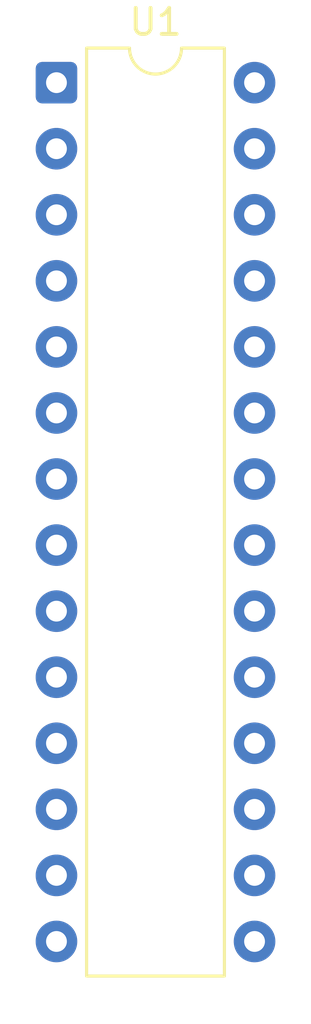
<source format=kicad_pcb>
(kicad_pcb (version 20241229) (generator "pcbnew") (generator_version "9.0")
  (layers (0 "F.Cu" signal) (2 "B.Cu" signal) (13 "F.Paste" user) (15 "B.Paste" user) (5 "F.SilkS" user "F.Silkscreen") (7 "B.SilkS" user "B.Silkscreen") (1 "F.Mask" user) (3 "B.Mask" user) (25 "Edge.Cuts" user))
  (net 0 "")
  (net 5 "Net-(U1-GND-Pad22)")
  (footprint "Package_DIP:DIP-28_W7.62mm" (layer "F.Cu") (at 36.38 37.98)
    (property "Reference" "U1" (at 3.81 -2.33 0) (layer "F.SilkS"))
    (property "Value" "ATmega328P-P")
    (fp_line (start 1.16 -1.33) (end 1.16 34.35) (stroke (width 0.12)) (layer "F.SilkS"))
    (fp_line (start 1.16 34.35) (end 6.46 34.35) (stroke (width 0.12)) (layer "F.SilkS"))
    (fp_line (start 2.81 -1.33) (end 1.16 -1.33) (stroke (width 0.12)) (layer "F.SilkS"))
    (fp_line (start 6.46 -1.33) (end 4.81 -1.33) (stroke (width 0.12)) (layer "F.SilkS"))
    (fp_line (start 6.46 34.35) (end 6.46 -1.33) (stroke (width 0.12)) (layer "F.SilkS"))
    (fp_arc (start 4.81 -1.33) (mid 3.81 -0.33) (end 2.81 -1.33) (stroke (width 0.12)) (layer "F.SilkS"))
    (pad "1" thru_hole roundrect (at 0 0) (size 1.6 1.6) (drill 0.8) (layers "*.Cu" "*.Mask") (roundrect_rratio 0.15625))
    (pad "2" thru_hole circle (at 0 2.54) (size 1.6 1.6) (drill 0.8) (layers "*.Cu" "*.Mask"))
    (pad "3" thru_hole circle (at 0 5.08) (size 1.6 1.6) (drill 0.8) (layers "*.Cu" "*.Mask"))
    (pad "4" thru_hole circle (at 0 7.62) (size 1.6 1.6) (drill 0.8) (layers "*.Cu" "*.Mask"))
    (pad "5" thru_hole circle (at 0 10.16) (size 1.6 1.6) (drill 0.8) (layers "*.Cu" "*.Mask"))
    (pad "6" thru_hole circle (at 0 12.7) (size 1.6 1.6) (drill 0.8) (layers "*.Cu" "*.Mask"))
    (pad "7" thru_hole circle (at 0 15.24) (size 1.6 1.6) (drill 0.8) (layers "*.Cu" "*.Mask"))
    (pad "8" thru_hole circle (at 0 17.78) (size 1.6 1.6) (drill 0.8) (layers "*.Cu" "*.Mask") (net 5 "Net-(U1-GND-Pad22)"))
    (pad "9" thru_hole circle (at 0 20.32) (size 1.6 1.6) (drill 0.8) (layers "*.Cu" "*.Mask"))
    (pad "10" thru_hole circle (at 0 22.86) (size 1.6 1.6) (drill 0.8) (layers "*.Cu" "*.Mask"))
    (pad "11" thru_hole circle (at 0 25.4) (size 1.6 1.6) (drill 0.8) (layers "*.Cu" "*.Mask"))
    (pad "12" thru_hole circle (at 0 27.94) (size 1.6 1.6) (drill 0.8) (layers "*.Cu" "*.Mask"))
    (pad "13" thru_hole circle (at 0 30.48) (size 1.6 1.6) (drill 0.8) (layers "*.Cu" "*.Mask"))
    (pad "14" thru_hole circle (at 0 33.02) (size 1.6 1.6) (drill 0.8) (layers "*.Cu" "*.Mask"))
    (pad "15" thru_hole circle (at 7.62 33.02) (size 1.6 1.6) (drill 0.8) (layers "*.Cu" "*.Mask"))
    (pad "16" thru_hole circle (at 7.62 30.48) (size 1.6 1.6) (drill 0.8) (layers "*.Cu" "*.Mask"))
    (pad "17" thru_hole circle (at 7.62 27.94) (size 1.6 1.6) (drill 0.8) (layers "*.Cu" "*.Mask"))
    (pad "18" thru_hole circle (at 7.62 25.4) (size 1.6 1.6) (drill 0.8) (layers "*.Cu" "*.Mask"))
    (pad "19" thru_hole circle (at 7.62 22.86) (size 1.6 1.6) (drill 0.8) (layers "*.Cu" "*.Mask"))
    (pad "20" thru_hole circle (at 7.62 20.32) (size 1.6 1.6) (drill 0.8) (layers "*.Cu" "*.Mask"))
    (pad "21" thru_hole circle (at 7.62 17.78) (size 1.6 1.6) (drill 0.8) (layers "*.Cu" "*.Mask"))
    (pad "22" thru_hole circle (at 7.62 15.24) (size 1.6 1.6) (drill 0.8) (layers "*.Cu" "*.Mask") (net 5 "Net-(U1-GND-Pad22)"))
    (pad "23" thru_hole circle (at 7.62 12.7) (size 1.6 1.6) (drill 0.8) (layers "*.Cu" "*.Mask"))
    (pad "24" thru_hole circle (at 7.62 10.16) (size 1.6 1.6) (drill 0.8) (layers "*.Cu" "*.Mask"))
    (pad "25" thru_hole circle (at 7.62 7.62) (size 1.6 1.6) (drill 0.8) (layers "*.Cu" "*.Mask"))
    (pad "26" thru_hole circle (at 7.62 5.08) (size 1.6 1.6) (drill 0.8) (layers "*.Cu" "*.Mask"))
    (pad "27" thru_hole circle (at 7.62 2.54) (size 1.6 1.6) (drill 0.8) (layers "*.Cu" "*.Mask"))
    (pad "28" thru_hole circle (at 7.62 0) (size 1.6 1.6) (drill 0.8) (layers "*.Cu" "*.Mask"))
  )
)
</source>
